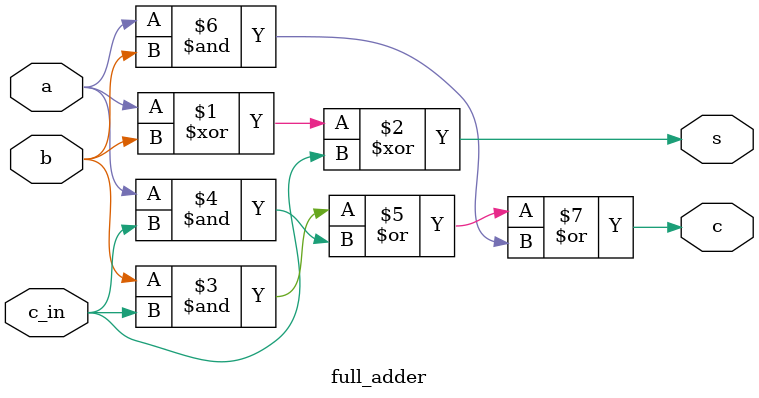
<source format=v>
/**
 * @ Author: German Cano Quiveu, germancq
 * @ Create Time: 2019-11-28 17:30:58
 * @ Modified by: Your name
 * @ Modified time: 2019-11-28 17:34:42
 * @ Description:
 */

module full_adder (
    input a,
    input b,
    input c_in,
    output c, 
    output s
);

    assign s = a ^ b ^ c_in;
    assign c = (b & c_in) | (a & c_in) | (a & b);

endmodule
</source>
